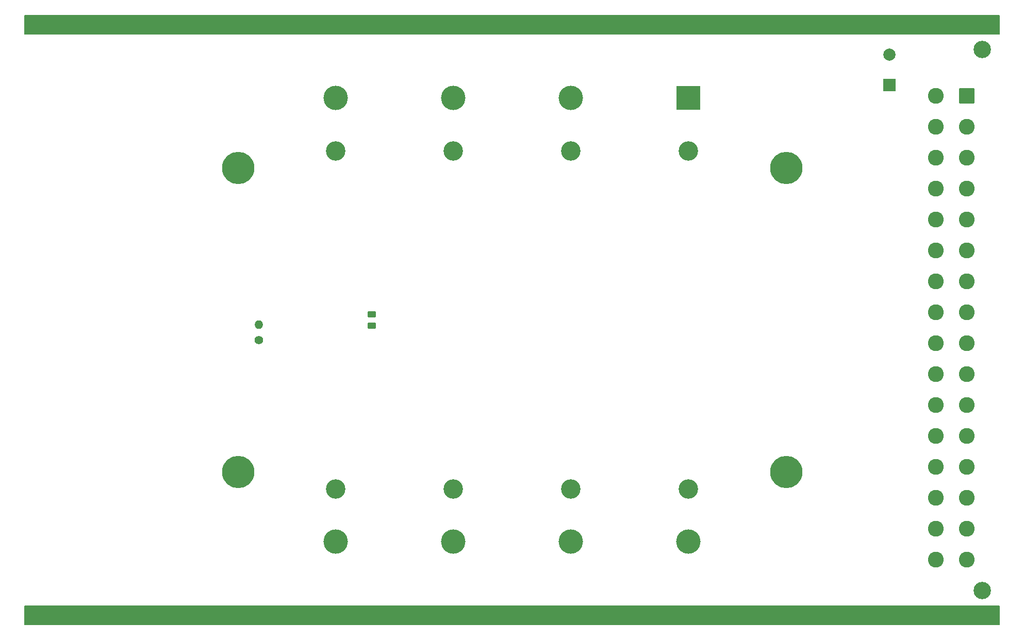
<source format=gbr>
G04 #@! TF.GenerationSoftware,KiCad,Pcbnew,(6.0.5)*
G04 #@! TF.CreationDate,2022-07-24T23:25:41+02:00*
G04 #@! TF.ProjectId,ADRmu_battery,4144526d-755f-4626-9174-746572792e6b,0.6*
G04 #@! TF.SameCoordinates,Original*
G04 #@! TF.FileFunction,Soldermask,Bot*
G04 #@! TF.FilePolarity,Negative*
%FSLAX46Y46*%
G04 Gerber Fmt 4.6, Leading zero omitted, Abs format (unit mm)*
G04 Created by KiCad (PCBNEW (6.0.5)) date 2022-07-24 23:25:41*
%MOMM*%
%LPD*%
G01*
G04 APERTURE LIST*
G04 Aperture macros list*
%AMRoundRect*
0 Rectangle with rounded corners*
0 $1 Rounding radius*
0 $2 $3 $4 $5 $6 $7 $8 $9 X,Y pos of 4 corners*
0 Add a 4 corners polygon primitive as box body*
4,1,4,$2,$3,$4,$5,$6,$7,$8,$9,$2,$3,0*
0 Add four circle primitives for the rounded corners*
1,1,$1+$1,$2,$3*
1,1,$1+$1,$4,$5*
1,1,$1+$1,$6,$7*
1,1,$1+$1,$8,$9*
0 Add four rect primitives between the rounded corners*
20,1,$1+$1,$2,$3,$4,$5,0*
20,1,$1+$1,$4,$5,$6,$7,0*
20,1,$1+$1,$6,$7,$8,$9,0*
20,1,$1+$1,$8,$9,$2,$3,0*%
G04 Aperture macros list end*
%ADD10C,0.150000*%
%ADD11C,5.300000*%
%ADD12R,2.000000X2.000000*%
%ADD13C,2.000000*%
%ADD14C,3.200000*%
%ADD15R,4.000000X4.000000*%
%ADD16C,4.000000*%
%ADD17C,2.850000*%
%ADD18RoundRect,0.250000X-1.050000X1.050000X-1.050000X-1.050000X1.050000X-1.050000X1.050000X1.050000X0*%
%ADD19C,2.600000*%
%ADD20C,1.400000*%
%ADD21O,1.400000X1.400000*%
%ADD22RoundRect,0.250000X-0.450000X0.262500X-0.450000X-0.262500X0.450000X-0.262500X0.450000X0.262500X0*%
G04 APERTURE END LIST*
D10*
X70000000Y-147000000D02*
X230000000Y-147000000D01*
X230000000Y-147000000D02*
X230000000Y-150000000D01*
X230000000Y-150000000D02*
X70000000Y-150000000D01*
X70000000Y-150000000D02*
X70000000Y-147000000D01*
G36*
X70000000Y-147000000D02*
G01*
X230000000Y-147000000D01*
X230000000Y-150000000D01*
X70000000Y-150000000D01*
X70000000Y-147000000D01*
G37*
X230000000Y-50000000D02*
X70000000Y-50000000D01*
X70000000Y-50000000D02*
X70000000Y-53000000D01*
X70000000Y-53000000D02*
X230000000Y-53000000D01*
X230000000Y-53000000D02*
X230000000Y-50000000D01*
G36*
X230000000Y-50000000D02*
G01*
X70000000Y-50000000D01*
X70000000Y-53000000D01*
X230000000Y-53000000D01*
X230000000Y-50000000D01*
G37*
D11*
G04 #@! TO.C,H104*
X195000000Y-75000000D03*
G04 #@! TD*
D12*
G04 #@! TO.C,C113*
X212000000Y-61367677D03*
D13*
X212000000Y-56367677D03*
G04 #@! TD*
D14*
G04 #@! TO.C,B101*
X159650000Y-127805000D03*
X178950000Y-127805000D03*
X140350000Y-127805000D03*
X178950000Y-72195000D03*
X140350000Y-72195000D03*
X121050000Y-127805000D03*
X121050000Y-72195000D03*
X159650000Y-72195000D03*
D15*
X178950000Y-63550000D03*
D16*
X178950000Y-136450000D03*
X159650000Y-63550000D03*
X159650000Y-136450000D03*
X140350000Y-63550000D03*
X140350000Y-136450000D03*
X121050000Y-63550000D03*
X121050000Y-136450000D03*
G04 #@! TD*
D11*
G04 #@! TO.C,H101*
X195000000Y-125000000D03*
G04 #@! TD*
G04 #@! TO.C,H102*
X105000000Y-75000000D03*
G04 #@! TD*
D17*
G04 #@! TO.C,J101*
X227240000Y-144450000D03*
X227240000Y-55550000D03*
D18*
X224700000Y-63170000D03*
D19*
X224700000Y-68250000D03*
X224700000Y-73330000D03*
X224700000Y-78410000D03*
X224700000Y-83490000D03*
X224700000Y-88570000D03*
X224700000Y-93650000D03*
X224700000Y-98730000D03*
X224700000Y-103810000D03*
X224700000Y-108890000D03*
X224700000Y-113970000D03*
X224700000Y-119050000D03*
X224700000Y-124130000D03*
X224700000Y-129210000D03*
X224700000Y-134290000D03*
X224700000Y-139370000D03*
X219620000Y-63170000D03*
X219620000Y-68250000D03*
X219620000Y-73330000D03*
X219620000Y-78410000D03*
X219620000Y-83490000D03*
X219620000Y-88570000D03*
X219620000Y-93650000D03*
X219620000Y-98730000D03*
X219620000Y-103810000D03*
X219620000Y-108890000D03*
X219620000Y-113970000D03*
X219620000Y-119050000D03*
X219620000Y-124130000D03*
X219620000Y-129210000D03*
X219620000Y-134290000D03*
X219620000Y-139370000D03*
G04 #@! TD*
D20*
G04 #@! TO.C,TH102*
X108400000Y-103320000D03*
D21*
X108400000Y-100780000D03*
G04 #@! TD*
D11*
G04 #@! TO.C,H103*
X105000000Y-125000000D03*
G04 #@! TD*
D22*
G04 #@! TO.C,TH101*
X127000000Y-99087500D03*
X127000000Y-100912500D03*
G04 #@! TD*
M02*

</source>
